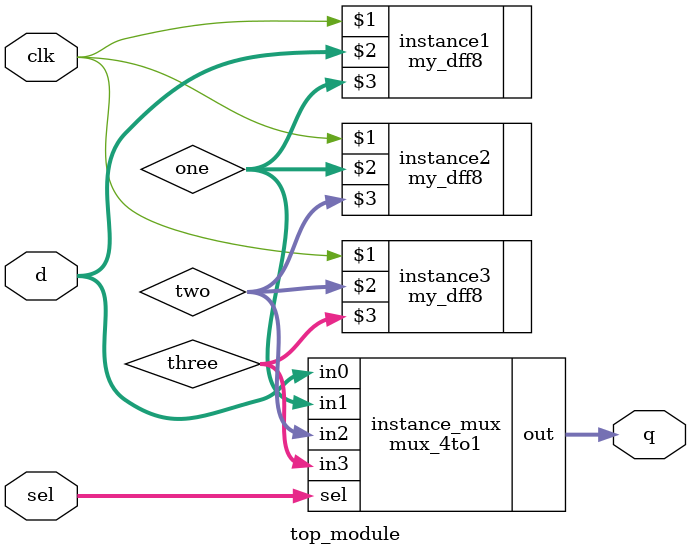
<source format=v>

module mux_4to1 (input [7:0] in3, input [7:0] in2, input [7:0] in1, input [7:0] in0, input [1:0] sel, output [7:0] out);
    //mux code here
    always @(*) begin
        case (sel)
            2'd0: out = in0;
            2'd1: out = in1;
            2'd2: out = in2;
            2'd3: out = in3;
        endcase
    end
        
endmodule

module top_module (input clk, input [7:0] d, input [1:0] sel, output [7:0] q);
    //top_module code here
    wire [7:0] one;
    wire [7:0] two;
    wire [7:0] three;
    
    my_dff8 instance1 (clk, d, one);
    my_dff8 instance2 (clk, one, two);
    my_dff8 instance3 (clk, two, three);
    mux_4to1 instance_mux (three, two, one, d, sel, q);

endmodule


</source>
